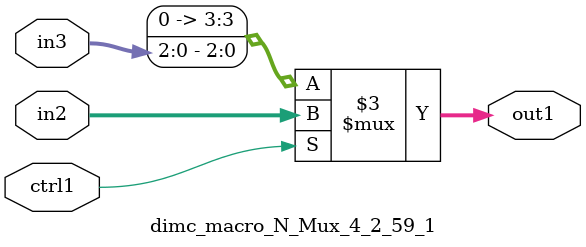
<source format=v>

`timescale 1ps / 1ps


module dimc_macro_N_Mux_4_2_59_1( in3, in2, ctrl1, out1 );

    input [2:0] in3;
    input [3:0] in2;
    input ctrl1;
    output [3:0] out1;
    reg [3:0] out1;

    
    // rtl_process:dimc_macro_N_Mux_4_2_59_1/dimc_macro_N_Mux_4_2_59_1_thread_1
    always @*
      begin : dimc_macro_N_Mux_4_2_59_1_thread_1
        case (ctrl1) 
          1'b1: 
            begin
              out1 = in2;
            end
          default: 
            begin
              out1 = {1'b0, in3};
            end
        endcase
      end

endmodule



</source>
